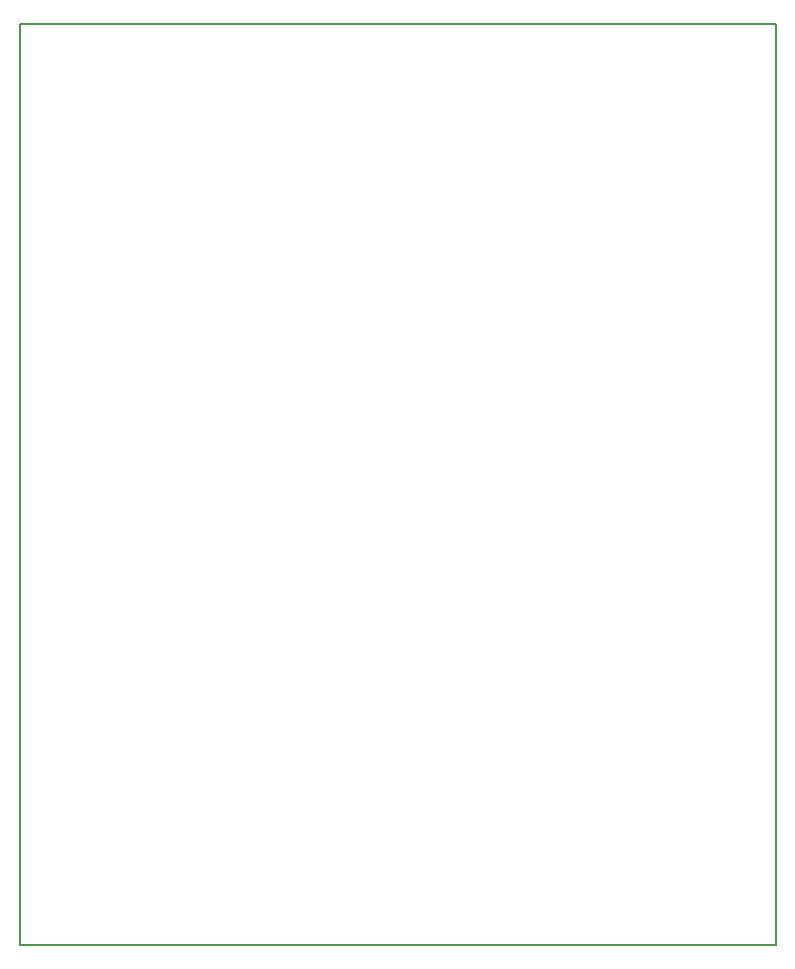
<source format=gbr>
G04 DipTrace 2.4.0.2*
%INBoardOutline.gbr*%
%MOMM*%
%ADD11C,0.14*%
%FSLAX53Y53*%
G04*
G71*
G90*
G75*
G01*
%LNBoardOutline*%
%LPD*%
X0Y0D2*
D11*
X64000D1*
Y78000D1*
X0D1*
Y0D1*
M02*

</source>
